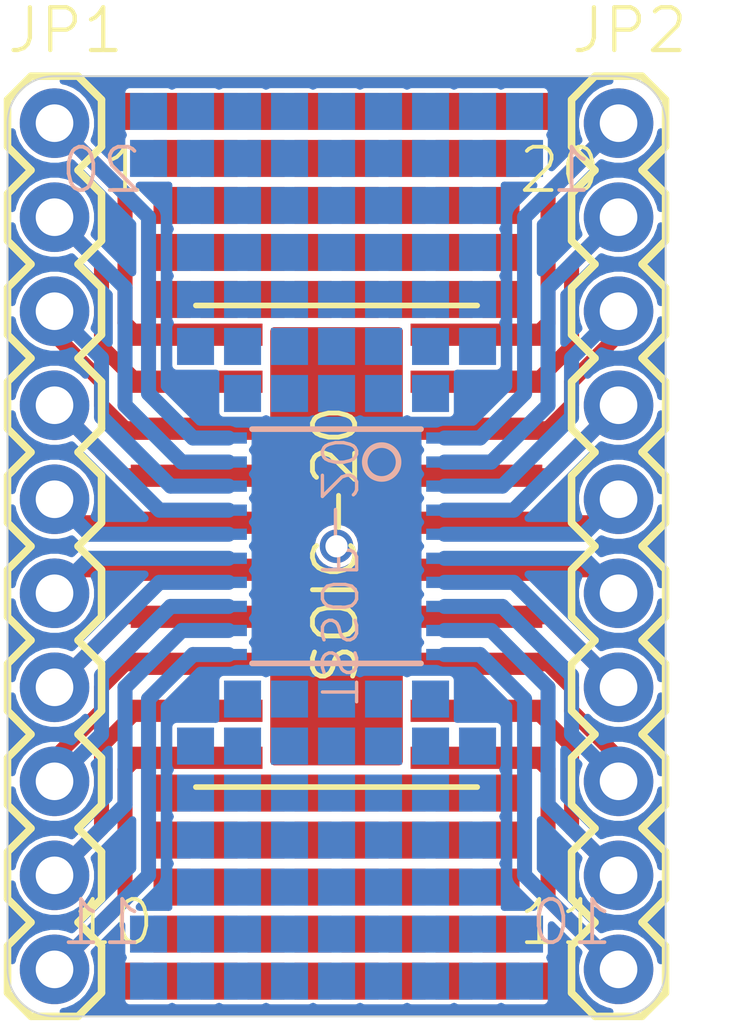
<source format=kicad_pcb>
(kicad_pcb (version 20241229) (generator "pcbnew") (generator_version "9.0")
  (layers (0 "F.Cu" signal) (2 "B.Cu" signal) (13 "F.Paste" user) (15 "B.Paste" user) (5 "F.SilkS" user "F.Silkscreen") (7 "B.SilkS" user "B.Silkscreen") (1 "F.Mask" user) (3 "B.Mask" user) (25 "Edge.Cuts" user))
  (net 0 "")
  (net 1 "GND")
  (net 2 "10")
  (net 3 "9")
  (net 4 "8")
  (net 5 "7")
  (net 6 "6")
  (net 7 "5")
  (net 8 "4")
  (net 9 "3")
  (net 10 "2")
  (net 11 "1")
  (net 12 "11")
  (net 13 "12")
  (net 14 "13")
  (net 15 "14")
  (net 16 "15")
  (net 17 "16")
  (net 18 "17")
  (net 19 "18")
  (net 20 "19")
  (footprint "SOIC_TSSOP-20 proto:TP10SQ" (layer "F.Cu") (at 145.3261 114.2111)
    (property "Reference" "E$4" (hide yes))
    (property "Value" "")
  )
  (footprint "SOIC_TSSOP-20 proto:TP10SQ" (layer "F.Cu") (at 145.3261 98.3361)
    (property "Reference" "E$66" (hide yes))
    (property "Value" "")
  )
  (footprint "SOIC_TSSOP-20 proto:TP10SQ" (layer "F.Cu") (at 152.9461 116.7511)
    (property "Reference" "E$38" (hide yes))
    (property "Value" "")
  )
  (footprint "SOIC_TSSOP-20 proto:TP10SQ" (layer "F.Cu") (at 146.5961 95.7961)
    (property "Reference" "E$43" (hide yes))
    (property "Value" "")
  )
  (footprint "SOIC_TSSOP-20 proto:TP10SQ" (layer "F.Cu") (at 145.3261 116.7511)
    (property "Reference" "E$26" (hide yes))
    (property "Value" "")
  )
  (footprint "SOIC_TSSOP-20 proto:TP10SQ" (layer "F.Cu") (at 144.0561 112.9411)
    (property "Reference" "E$13" (hide yes))
    (property "Value" "")
  )
  (footprint "SOIC_TSSOP-20 proto:TP10SQ" (layer "F.Cu") (at 146.5961 114.2111)
    (property "Reference" "E$5" (hide yes))
    (property "Value" "")
  )
  (footprint "SOIC_TSSOP-20 proto:TP10SQ" (layer "F.Cu") (at 151.6761 95.7961)
    (property "Reference" "E$59" (hide yes))
    (property "Value" "")
  )
  (footprint "SOIC_TSSOP-20 proto:TP10SQ" (layer "F.Cu") (at 144.0561 115.4811)
    (property "Reference" "E$30" (hide yes))
    (property "Value" "")
  )
  (footprint "SOIC_TSSOP-20 proto:TP10SQ" (layer "F.Cu") (at 149.1361 112.9411)
    (property "Reference" "E$8" (hide yes))
    (property "Value" "")
  )
  (footprint "SOIC_TSSOP-20 proto:SOIC-20NW" (layer "F.Cu") (at 148.5011 105.0036 -90)
    (property "Reference" "SOIC-20")
    (property "Value" "")
  )
  (footprint "SOIC_TSSOP-20 proto:TP10SQ" (layer "F.Cu") (at 146.5961 93.2561)
    (property "Reference" "E$49" (hide yes))
    (property "Value" "")
  )
  (footprint "SOIC_TSSOP-20 proto:TP10SQ" (layer "F.Cu") (at 147.8661 93.2561)
    (property "Reference" "E$56" (hide yes))
    (property "Value" "")
  )
  (footprint "SOIC_TSSOP-20 proto:TP10SQ" (layer "F.Cu") (at 145.3261 111.6711)
    (property "Reference" "E$16" (hide yes))
    (property "Value" "")
  )
  (footprint "SOIC_TSSOP-20 proto:TP10SQ" (layer "F.Cu") (at 150.4061 97.0661)
    (property "Reference" "E$74" (hide yes))
    (property "Value" "")
  )
  (footprint "SOIC_TSSOP-20 proto:TP10SQ" (layer "F.Cu") (at 149.1361 98.3361)
    (property "Reference" "E$72" (hide yes))
    (property "Value" "")
  )
  (footprint "SOIC_TSSOP-20 proto:TP10SQ" (layer "F.Cu") (at 147.8661 116.7511)
    (property "Reference" "E$31" (hide yes))
    (property "Value" "")
  )
  (footprint "SOIC_TSSOP-20 proto:TP10SQ" (layer "F.Cu") (at 150.4061 114.2111)
    (property "Reference" "E$6" (hide yes))
    (property "Value" "")
  )
  (footprint "SOIC_TSSOP-20 proto:TP10SQ" (layer "F.Cu") (at 149.1361 94.5261)
    (property "Reference" "E$54" (hide yes))
    (property "Value" "")
  )
  (footprint "SOIC_TSSOP-20 proto:TP10SQ" (layer "F.Cu") (at 147.8661 111.6711)
    (property "Reference" "E$10" (hide yes))
    (property "Value" "")
  )
  (footprint "SOIC_TSSOP-20 proto:TP10SQ" (layer "F.Cu") (at 152.9461 114.2111)
    (property "Reference" "E$20" (hide yes))
    (property "Value" "")
  )
  (footprint "SOIC_TSSOP-20 proto:1X10" (layer "F.Cu") (at 140.8811 116.4336 90)
    (property "Reference" "JP1")
    (property "Value" "")
  )
  (footprint "SOIC_TSSOP-20 proto:TP10SQ" (layer "F.Cu") (at 151.6761 112.9411)
    (property "Reference" "E$22" (hide yes))
    (property "Value" "")
  )
  (footprint "SOIC_TSSOP-20 proto:TP10SQ" (layer "F.Cu") (at 149.1361 93.2561)
    (property "Reference" "E$57" (hide yes))
    (property "Value" "")
  )
  (footprint "SOIC_TSSOP-20 proto:TP10SQ" (layer "F.Cu") (at 150.4061 115.4811)
    (property "Reference" "E$34" (hide yes))
    (property "Value" "")
  )
  (footprint "SOIC_TSSOP-20 proto:TP10SQ" (layer "F.Cu") (at 144.0561 116.7511)
    (property "Reference" "E$25" (hide yes))
    (property "Value" "")
  )
  (footprint "SOIC_TSSOP-20 proto:TP10SQ" (layer "F.Cu") (at 154.2161 116.7511)
    (property "Reference" "E$84" (hide yes))
    (property "Value" "")
  )
  (footprint "SOIC_TSSOP-20 proto:TP10SQ" (layer "F.Cu") (at 146.5961 97.0661)
    (property "Reference" "E$68" (hide yes))
    (property "Value" "")
  )
  (footprint "SOIC_TSSOP-20 proto:TP10SQ" (layer "F.Cu") (at 147.8661 115.4811)
    (property "Reference" "E$36" (hide yes))
    (property "Value" "")
  )
  (footprint "SOIC_TSSOP-20 proto:TP10SQ" (layer "F.Cu") (at 152.9461 111.6711)
    (property "Reference" "E$24" (hide yes))
    (property "Value" "")
  )
  (footprint "SOIC_TSSOP-20 proto:TP10SQ" (layer "F.Cu") (at 147.8661 94.5261)
    (property "Reference" "E$55" (hide yes))
    (property "Value" "")
  )
  (footprint "SOIC_TSSOP-20 proto:TP10SQ" (layer "F.Cu") (at 151.6761 98.3361)
    (property "Reference" "E$77" (hide yes))
    (property "Value" "")
  )
  (footprint "SOIC_TSSOP-20 proto:TP10SQ" (layer "F.Cu") (at 145.3261 112.9411)
    (property "Reference" "E$12" (hide yes))
    (property "Value" "")
  )
  (footprint "SOIC_TSSOP-20 proto:TP10SQ" (layer "F.Cu") (at 146.5961 111.6711)
    (property "Reference" "E$17" (hide yes))
    (property "Value" "")
  )
  (footprint "SOIC_TSSOP-20 proto:TP10SQ" (layer "F.Cu") (at 142.7861 116.7511)
    (property "Reference" "E$83" (hide yes))
    (property "Value" "")
  )
  (footprint "SOIC_TSSOP-20 proto:1X10" (layer "F.Cu") (at 156.1211 116.4336 90)
    (property "Reference" "JP2")
    (property "Value" "")
  )
  (footprint "SOIC_TSSOP-20 proto:TP10SQ" (layer "F.Cu") (at 145.3261 115.4811)
    (property "Reference" "E$29" (hide yes))
    (property "Value" "")
  )
  (footprint "SOIC_TSSOP-20 proto:TP10SQ" (layer "F.Cu") (at 149.1361 95.7961)
    (property "Reference" "E$51" (hide yes))
    (property "Value" "")
  )
  (footprint "SOIC_TSSOP-20 proto:TP10SQ" (layer "F.Cu") (at 152.9461 97.0661)
    (property "Reference" "E$79" (hide yes))
    (property "Value" "")
  )
  (footprint "SOIC_TSSOP-20 proto:TP10SQ" (layer "F.Cu") (at 144.0561 111.6711)
    (property "Reference" "E$15" (hide yes))
    (property "Value" "")
  )
  (footprint "SOIC_TSSOP-20 proto:TP10SQ" (layer "F.Cu") (at 145.3261 93.2561)
    (property "Reference" "E$48" (hide yes))
    (property "Value" "")
  )
  (footprint "SOIC_TSSOP-20 proto:TP10SQ" (layer "F.Cu") (at 151.6761 116.7511)
    (property "Reference" "E$37" (hide yes))
    (property "Value" "")
  )
  (footprint "SOIC_TSSOP-20 proto:TP10SQ" (layer "F.Cu") (at 151.6761 114.2111)
    (property "Reference" "E$19" (hide yes))
    (property "Value" "")
  )
  (footprint "SOIC_TSSOP-20 proto:TP10SQ" (layer "F.Cu") (at 147.8661 114.2111)
    (property "Reference" "E$1" (hide yes))
    (property "Value" "")
  )
  (footprint "SOIC_TSSOP-20 proto:TP10SQ" (layer "F.Cu") (at 146.5961 94.5261)
    (property "Reference" "E$44" (hide yes))
    (property "Value" "")
  )
  (footprint "SOIC_TSSOP-20 proto:TP10SQ" (layer "F.Cu") (at 150.4061 98.3361)
    (property "Reference" "E$73" (hide yes))
    (property "Value" "")
  )
  (footprint "SOIC_TSSOP-20 proto:TP10SQ" (layer "F.Cu") (at 149.1361 114.2111)
    (property "Reference" "E$2" (hide yes))
    (property "Value" "")
  )
  (footprint "SOIC_TSSOP-20 proto:TP10SQ" (layer "F.Cu") (at 152.9461 94.5261)
    (property "Reference" "E$61" (hide yes))
    (property "Value" "")
  )
  (footprint "SOIC_TSSOP-20 proto:TP10SQ" (layer "F.Cu") (at 154.2161 93.2561)
    (property "Reference" "E$81" (hide yes))
    (property "Value" "")
  )
  (footprint "SOIC_TSSOP-20 proto:TP10SQ" (layer "F.Cu") (at 149.1361 111.6711)
    (property "Reference" "E$14" (hide yes))
    (property "Value" "")
  )
  (footprint "SOIC_TSSOP-20 proto:TP10SQ" (layer "F.Cu") (at 150.4061 93.2561)
    (property "Reference" "E$58" (hide yes))
    (property "Value" "")
  )
  (footprint "SOIC_TSSOP-20 proto:TP10SQ" (layer "F.Cu") (at 144.0561 98.3361)
    (property "Reference" "E$65" (hide yes))
    (property "Value" "")
  )
  (footprint "SOIC_TSSOP-20 proto:TP10SQ" (layer "F.Cu") (at 151.6761 111.6711)
    (property "Reference" "E$23" (hide yes))
    (property "Value" "")
  )
  (footprint "SOIC_TSSOP-20 proto:TP10SQ" (layer "F.Cu") (at 145.3261 94.5261)
    (property "Reference" "E$45" (hide yes))
    (property "Value" "")
  )
  (footprint "SOIC_TSSOP-20 proto:TP10SQ" (layer "F.Cu") (at 144.0561 94.5261)
    (property "Reference" "E$46" (hide yes))
    (property "Value" "")
  )
  (footprint "SOIC_TSSOP-20 proto:TP10SQ" (layer "F.Cu") (at 144.0561 93.2561)
    (property "Reference" "E$47" (hide yes))
    (property "Value" "")
  )
  (footprint "SOIC_TSSOP-20 proto:TP10SQ" (layer "F.Cu") (at 151.6761 115.4811)
    (property "Reference" "E$40" (hide yes))
    (property "Value" "")
  )
  (footprint "SOIC_TSSOP-20 proto:TP10SQ" (layer "F.Cu") (at 151.6761 94.5261)
    (property "Reference" "E$62" (hide yes))
    (property "Value" "")
  )
  (footprint "SOIC_TSSOP-20 proto:TP10SQ" (layer "F.Cu") (at 147.8661 98.3361)
    (property "Reference" "E$71" (hide yes))
    (property "Value" "")
  )
  (footprint "SOIC_TSSOP-20 proto:TP10SQ" (layer "F.Cu") (at 147.8661 112.9411)
    (property "Reference" "E$9" (hide yes))
    (property "Value" "")
  )
  (footprint "SOIC_TSSOP-20 proto:TP10SQ" (layer "F.Cu") (at 146.5961 115.4811)
    (property "Reference" "E$28" (hide yes))
    (property "Value" "")
  )
  (footprint "SOIC_TSSOP-20 proto:TP10SQ" (layer "F.Cu") (at 150.4061 94.5261)
    (property "Reference" "E$53" (hide yes))
    (property "Value" "")
  )
  (footprint "SOIC_TSSOP-20 proto:TP10SQ" (layer "F.Cu") (at 146.5961 98.3361)
    (property "Reference" "E$67" (hide yes))
    (property "Value" "")
  )
  (footprint "SOIC_TSSOP-20 proto:TP10SQ" (layer "F.Cu") (at 145.3261 97.0661)
    (property "Reference" "E$69" (hide yes))
    (property "Value" "")
  )
  (footprint "SOIC_TSSOP-20 proto:TP10SQ" (layer "F.Cu") (at 144.0561 97.0661)
    (property "Reference" "E$70" (hide yes))
    (property "Value" "")
  )
  (footprint "SOIC_TSSOP-20 proto:TP10SQ" (layer "F.Cu") (at 152.9461 95.7961)
    (property "Reference" "E$60" (hide yes))
    (property "Value" "")
  )
  (footprint "SOIC_TSSOP-20 proto:TP10SQ" (layer "F.Cu") (at 146.5961 116.7511)
    (property "Reference" "E$27" (hide yes))
    (property "Value" "")
  )
  (footprint "SOIC_TSSOP-20 proto:TP10SQ" (layer "F.Cu") (at 150.4061 112.9411)
    (property "Reference" "E$7" (hide yes))
    (property "Value" "")
  )
  (footprint "SOIC_TSSOP-20 proto:TP10SQ" (layer "F.Cu") (at 146.5961 112.9411)
    (property "Reference" "E$11" (hide yes))
    (property "Value" "")
  )
  (footprint "SOIC_TSSOP-20 proto:TP10SQ" (layer "F.Cu") (at 152.9461 115.4811)
    (property "Reference" "E$39" (hide yes))
    (property "Value" "")
  )
  (footprint "SOIC_TSSOP-20 proto:TP10SQ" (layer "F.Cu") (at 149.1361 97.0661)
    (property "Reference" "E$75" (hide yes))
    (property "Value" "")
  )
  (footprint "SOIC_TSSOP-20 proto:TP10SQ" (layer "F.Cu") (at 142.7861 93.2561)
    (property "Reference" "E$82" (hide yes))
    (property "Value" "")
  )
  (footprint "SOIC_TSSOP-20 proto:TP10SQ" (layer "F.Cu") (at 149.1361 115.4811)
    (property "Reference" "E$35" (hide yes))
    (property "Value" "")
  )
  (footprint "SOIC_TSSOP-20 proto:TP10SQ" (layer "F.Cu") (at 151.6761 97.0661)
    (property "Reference" "E$80" (hide yes))
    (property "Value" "")
  )
  (footprint "SOIC_TSSOP-20 proto:TP10SQ" (layer "F.Cu") (at 147.8661 97.0661)
    (property "Reference" "E$76" (hide yes))
    (property "Value" "")
  )
  (footprint "SOIC_TSSOP-20 proto:TP10SQ" (layer "F.Cu") (at 150.4061 116.7511)
    (property "Reference" "E$33" (hide yes))
    (property "Value" "")
  )
  (footprint "SOIC_TSSOP-20 proto:TP10SQ" (layer "F.Cu") (at 152.9461 98.3361)
    (property "Reference" "E$78" (hide yes))
    (property "Value" "")
  )
  (footprint "SOIC_TSSOP-20 proto:TP10SQ" (layer "F.Cu") (at 152.9461 93.2561)
    (property "Reference" "E$64" (hide yes))
    (property "Value" "")
  )
  (footprint "SOIC_TSSOP-20 proto:TP10SQ" (layer "F.Cu") (at 152.9461 112.9411)
    (property "Reference" "E$21" (hide yes))
    (property "Value" "")
  )
  (footprint "SOIC_TSSOP-20 proto:TP10SQ" (layer "F.Cu") (at 150.4061 95.7961)
    (property "Reference" "E$52" (hide yes))
    (property "Value" "")
  )
  (footprint "SOIC_TSSOP-20 proto:TP10SQ" (layer "F.Cu") (at 149.1361 116.7511)
    (property "Reference" "E$32" (hide yes))
    (property "Value" "")
  )
  (footprint "SOIC_TSSOP-20 proto:TP10SQ" (layer "F.Cu") (at 145.3261 95.7961)
    (property "Reference" "E$42" (hide yes))
    (property "Value" "")
  )
  (footprint "SOIC_TSSOP-20 proto:TP10SQ" (layer "F.Cu") (at 151.6761 93.2561)
    (property "Reference" "E$63" (hide yes))
    (property "Value" "")
  )
  (footprint "SOIC_TSSOP-20 proto:TP10SQ" (layer "F.Cu") (at 150.4061 111.6711)
    (property "Reference" "E$18" (hide yes))
    (property "Value" "")
  )
  (footprint "SOIC_TSSOP-20 proto:TP10SQ" (layer "F.Cu") (at 144.0561 114.2111)
    (property "Reference" "E$3" (hide yes))
    (property "Value" "")
  )
  (footprint "SOIC_TSSOP-20 proto:TP10SQ" (layer "F.Cu") (at 144.0561 95.7961)
    (property "Reference" "E$41" (hide yes))
    (property "Value" "")
  )
  (footprint "SOIC_TSSOP-20 proto:TP10SQ" (layer "F.Cu") (at 147.8661 95.7961)
    (property "Reference" "E$50" (hide yes))
    (property "Value" "")
  )
  (footprint "SOIC_TSSOP-20 proto:TP10SQ" (layer "B.Cu") (at 149.7711 115.4811)
    (property "Reference" "E$149" (hide yes))
    (property "Value" "")
  )
  (footprint "SOIC_TSSOP-20 proto:TP10SQ" (layer "B.Cu") (at 144.6911 116.7511)
    (property "Reference" "E$142" (hide yes))
    (property "Value" "")
  )
  (footprint "SOIC_TSSOP-20 proto:TP10SQ" (layer "B.Cu") (at 149.7711 109.1311)
    (property "Reference" "E$181" (hide yes))
    (property "Value" "")
  )
  (footprint "SOIC_TSSOP-20 proto:TP10SQ" (layer "B.Cu") (at 144.6911 110.4011)
    (property "Reference" "E$171" (hide yes))
    (property "Value" "")
  )
  (footprint "SOIC_TSSOP-20 proto:TP10SQ" (layer "B.Cu") (at 149.7711 99.6061 180)
    (property "Reference" "E$122" (hide yes))
    (property "Value" "")
  )
  (footprint "SOIC_TSSOP-20 proto:TP10SQ" (layer "B.Cu") (at 147.2311 116.7511)
    (property "Reference" "E$144" (hide yes))
    (property "Value" "")
  )
  (footprint "SOIC_TSSOP-20 proto:TP10SQ" (layer "B.Cu") (at 149.7711 114.2111)
    (property "Reference" "E$146" (hide yes))
    (property "Value" "")
  )
  (footprint "SOIC_TSSOP-20 proto:TP10SQ" (layer "B.Cu") (at 153.5811 93.2561 180)
    (property "Reference" "E$127" (hide yes))
    (property "Value" "")
  )
  (footprint "SOIC_TSSOP-20 proto:TP10SQ" (layer "B.Cu") (at 151.0411 97.0661 180)
    (property "Reference" "E$110" (hide yes))
    (property "Value" "")
  )
  (footprint "SOIC_TSSOP-20 proto:TP10SQ" (layer "B.Cu") (at 148.5011 115.4811)
    (property "Reference" "E$150" (hide yes))
    (property "Value" "")
  )
  (footprint "SOIC_TSSOP-20 proto:TP10SQ" (layer "B.Cu") (at 151.0411 114.2111)
    (property "Reference" "E$147" (hide yes))
    (property "Value" "")
  )
  (footprint "SOIC_TSSOP-20 proto:TP10SQ" (layer "B.Cu") (at 151.0411 115.4811)
    (property "Reference" "E$148" (hide yes))
    (property "Value" "")
  )
  (footprint "SOIC_TSSOP-20 proto:TP10SQ" (layer "B.Cu") (at 147.2311 97.0661 180)
    (property "Reference" "E$116" (hide yes))
    (property "Value" "")
  )
  (footprint "SOIC_TSSOP-20 proto:TP10SQ" (layer "B.Cu") (at 153.5811 116.7511)
    (property "Reference" "E$184" (hide yes))
    (property "Value" "")
  )
  (footprint "SOIC_TSSOP-20 proto:TP10SQ" (layer "B.Cu") (at 151.0411 98.3361 180)
    (property "Reference" "E$107" (hide yes))
    (property "Value" "")
  )
  (footprint "SOIC_TSSOP-20 proto:TP10SQ" (layer "B.Cu") (at 148.5011 94.5261 180)
    (property "Reference" "E$99" (hide yes))
    (property "Value" "")
  )
  (footprint "SOIC_TSSOP-20 proto:TP10SQ" (layer "B.Cu") (at 149.7711 100.8761 180)
    (property "Reference" "E$130" (hide yes))
    (property "Value" "")
  )
  (footprint "SOIC_TSSOP-20 proto:TP10SQ" (layer "B.Cu") (at 145.9611 115.4811)
    (property "Reference" "E$140" (hide yes))
    (property "Value" "")
  )
  (footprint "SOIC_TSSOP-20 proto:TP10SQ" (layer "B.Cu") (at 144.6911 115.4811)
    (property "Reference" "E$141" (hide yes))
    (property "Value" "")
  )
  (footprint "SOIC_TSSOP-20 proto:TP10SQ" (layer "B.Cu") (at 145.9611 109.1311)
    (property "Reference" "E$178" (hide yes))
    (property "Value" "")
  )
  (footprint "SOIC_TSSOP-20 proto:TP10SQ" (layer "B.Cu") (at 152.3111 97.0661 180)
    (property "Reference" "E$111" (hide yes))
    (property "Value" "")
  )
  (footprint "SOIC_TSSOP-20 proto:TP10SQ" (layer "B.Cu") (at 145.9611 97.0661 180)
    (property "Reference" "E$115" (hide yes))
    (property "Value" "")
  )
  (footprint "SOIC_TSSOP-20 proto:TP10SQ" (layer "B.Cu") (at 144.6911 94.5261 180)
    (property "Reference" "E$104" (hide yes))
    (property "Value" "")
  )
  (footprint "SOIC_TSSOP-20 proto:TP10SQ" (layer "B.Cu") (at 152.3111 99.6061 180)
    (property "Reference" "E$120" (hide yes))
    (property "Value" "")
  )
  (footprint "SOIC_TSSOP-20 proto:TP10SQ" (layer "B.Cu") (at 145.9611 114.2111)
    (property "Reference" "E$137" (hide yes))
    (property "Value" "")
  )
  (footprint "SOIC_TSSOP-20 proto:TP10SQ" (layer "B.Cu") (at 147.2311 111.6711)
    (property "Reference" "E$159" (hide yes))
    (property "Value" "")
  )
  (footprint "SOIC_TSSOP-20 proto:TP10SQ" (layer "B.Cu") (at 149.7711 111.6711)
    (property "Reference" "E$164" (hide yes))
    (property "Value" "")
  )
  (footprint "SOIC_TSSOP-20 proto:TP10SQ" (layer "B.Cu") (at 147.2311 114.2111)
    (property "Reference" "E$138" (hide yes))
    (property "Value" "")
  )
  (footprint "SOIC_TSSOP-20 proto:TP10SQ" (layer "B.Cu") (at 144.6911 99.6061 180)
    (property "Reference" "E$126" (hide yes))
    (property "Value" "")
  )
  (footprint "SOIC_TSSOP-20 proto:TP10SQ" (layer "B.Cu") (at 151.0411 116.7511)
    (property "Reference" "E$153" (hide yes))
    (property "Value" "")
  )
  (footprint "SOIC_TSSOP-20 proto:TP10SQ" (layer "B.Cu") (at 144.6911 95.7961 180)
    (property "Reference" "E$103" (hide yes))
    (property "Value" "")
  )
  (footprint "SOIC_TSSOP-20 proto:TP10SQ" (layer "B.Cu") (at 151.0411 99.6061 180)
    (property "Reference" "E$121" (hide yes))
    (property "Value" "")
  )
  (footprint "SOIC_TSSOP-20 proto:TP10SQ" (layer "B.Cu") (at 143.4211 115.4811)
    (property "Reference" "E$185" (hide yes))
    (property "Value" "")
  )
  (footprint "SOIC_TSSOP-20 proto:TP10SQ" (layer "B.Cu") (at 151.0411 112.9411)
    (property "Reference" "E$166" (hide yes))
    (property "Value" "")
  )
  (footprint "SOIC_TSSOP-20 proto:TP10SQ" (layer "B.Cu") (at 148.5011 99.6061 180)
    (property "Reference" "E$123" (hide yes))
    (property "Value" "")
  )
  (footprint "SOIC_TSSOP-20 proto:TP10SQ" (layer "B.Cu") (at 145.9611 98.3361 180)
    (property "Reference" "E$114" (hide yes))
    (property "Value" "")
  )
  (footprint "SOIC_TSSOP-20 proto:TP10SQ" (layer "B.Cu") (at 144.6911 97.0661 180)
    (property "Reference" "E$119" (hide yes))
    (property "Value" "")
  )
  (footprint "SOIC_TSSOP-20 proto:TP10SQ" (layer "B.Cu") (at 144.6911 93.2561 180)
    (property "Reference" "E$105" (hide yes))
    (property "Value" "")
  )
  (footprint "SOIC_TSSOP-20 proto:TP10SQ" (layer "B.Cu") (at 152.3111 95.7961 180)
    (property "Reference" "E$85" (hide yes))
    (property "Value" "")
  )
  (footprint "SOIC_TSSOP-20 proto:TP10SQ" (layer "B.Cu") (at 148.5011 109.1311)
    (property "Reference" "E$180" (hide yes))
    (property "Value" "")
  )
  (footprint "SOIC_TSSOP-20 proto:TP10SQ" (layer "B.Cu") (at 149.7711 98.3361 180)
    (property "Reference" "E$108" (hide yes))
    (property "Value" "")
  )
  (footprint "SOIC_TSSOP-20 proto:TP10SQ" (layer "B.Cu") (at 147.2311 94.5261 180)
    (property "Reference" "E$98" (hide yes))
    (property "Value" "")
  )
  (footprint "SOIC_TSSOP-20 proto:TP10SQ" (layer "B.Cu") (at 151.0411 111.6711)
    (property "Reference" "E$165" (hide yes))
    (property "Value" "")
  )
  (footprint "SOIC_TSSOP-20 proto:TP10SQ" (layer "B.Cu") (at 145.9611 99.6061 180)
    (property "Reference" "E$125" (hide yes))
    (property "Value" "")
  )
  (footprint "SOIC_TSSOP-20 proto:TP10SQ" (layer "B.Cu") (at 147.2311 99.6061 180)
    (property "Reference" "E$124" (hide yes))
    (property "Value" "")
  )
  (footprint "SOIC_TSSOP-20 proto:TP10SQ" (layer "B.Cu") (at 148.5011 112.9411)
    (property "Reference" "E$168" (hide yes))
    (property "Value" "")
  )
  (footprint "SOIC_TSSOP-20 proto:TP10SQ" (layer "B.Cu") (at 147.2311 93.2561 180)
    (property "Reference" "E$101" (hide yes))
    (property "Value" "")
  )
  (footprint "SOIC_TSSOP-20 proto:TP10SQ" (layer "B.Cu") (at 143.4211 116.7511)
    (property "Reference" "E$186" (hide yes))
    (property "Value" "")
  )
  (footprint "SOIC_TSSOP-20 proto:TP10SQ" (layer "B.Cu") (at 144.6911 98.3361 180)
    (property "Reference" "E$118" (hide yes))
    (property "Value" "")
  )
  (footprint "SOIC_TSSOP-20 proto:TP10SQ" (layer "B.Cu") (at 145.9611 95.7961 180)
    (property "Reference" "E$96" (hide yes))
    (property "Value" "")
  )
  (footprint "SOIC_TSSOP-20 proto:TP10SQ" (layer "B.Cu") (at 151.0411 93.2561 180)
    (property "Reference" "E$92" (hide yes))
    (property "Value" "")
  )
  (footprint "SOIC_TSSOP-20 proto:TP10SQ" (layer "B.Cu") (at 151.0411 109.1311)
    (property "Reference" "E$182" (hide yes))
    (property "Value" "")
  )
  (footprint "SOIC_TSSOP-20 proto:TP10SQ" (layer "B.Cu") (at 153.5811 115.4811)
    (property "Reference" "E$183" (hide yes))
    (property "Value" "")
  )
  (footprint "SOIC_TSSOP-20 proto:TP10SQ" (layer "B.Cu") (at 144.6911 114.2111)
    (property "Reference" "E$136" (hide yes))
    (property "Value" "")
  )
  (footprint "SOIC_TSSOP-20 proto:TP10SQ" (layer "B.Cu") (at 147.2311 100.8761 180)
    (property "Reference" "E$132" (hide yes))
    (property "Value" "")
  )
  (footprint "SOIC_TSSOP-20 proto:TP10SQ" (layer "B.Cu") (at 151.0411 95.7961 180)
    (property "Reference" "E$86" (hide yes))
    (property "Value" "")
  )
  (footprint "SOIC_TSSOP-20 proto:TP10SQ" (layer "B.Cu") (at 147.2311 112.9411)
    (property "Reference" "E$160" (hide yes))
    (property "Value" "")
  )
  (footprint "SOIC_TSSOP-20 proto:TP10SQ" (layer "B.Cu") (at 153.5811 94.5261 180)
    (property "Reference" "E$128" (hide yes))
    (property "Value" "")
  )
  (footprint "SOIC_TSSOP-20 proto:TP10SQ" (layer "B.Cu") (at 152.3111 110.4011)
    (property "Reference" "E$177" (hide yes))
    (property "Value" "")
  )
  (footprint "SOIC_TSSOP-20 proto:TP10SQ" (layer "B.Cu") (at 148.5011 93.2561 180)
    (property "Reference" "E$100" (hide yes))
    (property "Value" "")
  )
  (footprint "SOIC_TSSOP-20 proto:TP10SQ" (layer "B.Cu") (at 152.3111 116.7511)
    (property "Reference" "E$156" (hide yes))
    (property "Value" "")
  )
  (footprint "SOIC_TSSOP-20 proto:TP10SQ" (layer "B.Cu") (at 149.7711 116.7511)
    (property "Reference" "E$152" (hide yes))
    (property "Value" "")
  )
  (footprint "SOIC_TSSOP-20 proto:TP10SQ" (layer "B.Cu") (at 147.2311 109.1311)
    (property "Reference" "E$179" (hide yes))
    (property "Value" "")
  )
  (footprint "SOIC_TSSOP-20 proto:TP10SQ" (layer "B.Cu") (at 152.3111 111.6711)
    (property "Reference" "E$169" (hide yes))
    (property "Value" "")
  )
  (footprint "SOIC_TSSOP-20 proto:TP10SQ" (layer "B.Cu") (at 152.3111 114.2111)
    (property "Reference" "E$154" (hide yes))
    (property "Value" "")
  )
  (footprint "SOIC_TSSOP-20 proto:TP10SQ" (layer "B.Cu") (at 147.2311 98.3361 180)
    (property "Reference" "E$113" (hide yes))
    (property "Value" "")
  )
  (footprint "SOIC_TSSOP-20 proto:TP10SQ" (layer "B.Cu") (at 147.2311 110.4011)
    (property "Reference" "E$173" (hide yes))
    (property "Value" "")
  )
  (footprint "SOIC_TSSOP-20 proto:TP10SQ" (layer "B.Cu") (at 152.3111 94.5261 180)
    (property "Reference" "E$90" (hide yes))
    (property "Value" "")
  )
  (footprint "SOIC_TSSOP-20 proto:TP10SQ" (layer "B.Cu") (at 147.2311 115.4811)
    (property "Reference" "E$139" (hide yes))
    (property "Value" "")
  )
  (footprint "SOIC_TSSOP-20 proto:TP10SQ" (layer "B.Cu") (at 145.9611 93.2561 180)
    (property "Reference" "E$102" (hide yes))
    (property "Value" "")
  )
  (footprint "SOIC_TSSOP-20 proto:TP10SQ" (layer "B.Cu") (at 145.9611 112.9411)
    (property "Reference" "E$161" (hide yes))
    (property "Value" "")
  )
  (footprint "SOIC_TSSOP-20 proto:TP10SQ" (layer "B.Cu") (at 145.9611 110.4011)
    (property "Reference" "E$172" (hide yes))
    (property "Value" "")
  )
  (footprint "SOIC_TSSOP-20 proto:TP10SQ" (layer "B.Cu") (at 145.9611 116.7511)
    (property "Reference" "E$143" (hide yes))
    (property "Value" "")
  )
  (footprint "SOIC_TSSOP-20 proto:TSSOP20" (layer "B.Cu") (at 148.5011 105.0036 -90)
    (property "Reference" "TSSOP-20")
    (property "Value" "")
  )
  (footprint "SOIC_TSSOP-20 proto:TP10SQ" (layer "B.Cu") (at 148.5011 98.3361 180)
    (property "Reference" "E$112" (hide yes))
    (property "Value" "")
  )
  (footprint "SOIC_TSSOP-20 proto:TP10SQ" (layer "B.Cu") (at 149.7711 97.0661 180)
    (property "Reference" "E$109" (hide yes))
    (property "Value" "")
  )
  (footprint "SOIC_TSSOP-20 proto:TP10SQ" (layer "B.Cu") (at 148.5011 110.4011)
    (property "Reference" "E$174" (hide yes))
    (property "Value" "")
  )
  (footprint "SOIC_TSSOP-20 proto:TP10SQ" (layer "B.Cu") (at 151.0411 94.5261 180)
    (property "Reference" "E$89" (hide yes))
    (property "Value" "")
  )
  (footprint "SOIC_TSSOP-20 proto:TP10SQ" (layer "B.Cu") (at 144.6911 112.9411)
    (property "Reference" "E$162" (hide yes))
    (property "Value" "")
  )
  (footprint "SOIC_TSSOP-20 proto:TP10SQ" (layer "B.Cu") (at 152.3111 115.4811)
    (property "Reference" "E$155" (hide yes))
    (property "Value" "")
  )
  (footprint "SOIC_TSSOP-20 proto:TP10SQ" (layer "B.Cu") (at 152.3111 93.2561 180)
    (property "Reference" "E$91" (hide yes))
    (property "Value" "")
  )
  (footprint "SOIC_TSSOP-20 proto:TP10SQ" (layer "B.Cu") (at 149.7711 110.4011)
    (property "Reference" "E$175" (hide yes))
    (property "Value" "")
  )
  (footprint "SOIC_TSSOP-20 proto:TP10SQ" (layer "B.Cu") (at 148.5011 95.7961 180)
    (property "Reference" "E$94" (hide yes))
    (property "Value" "")
  )
  (footprint "SOIC_TSSOP-20 proto:TP10SQ" (layer "B.Cu") (at 143.4211 94.5261 180)
    (property "Reference" "E$134" (hide yes))
    (property "Value" "")
  )
  (footprint "SOIC_TSSOP-20 proto:TP10SQ" (layer "B.Cu") (at 149.7711 95.7961 180)
    (property "Reference" "E$87" (hide yes))
    (property "Value" "")
  )
  (footprint "SOIC_TSSOP-20 proto:TP10SQ" (layer "B.Cu") (at 143.4211 93.2561 180)
    (property "Reference" "E$135" (hide yes))
    (property "Value" "")
  )
  (footprint "SOIC_TSSOP-20 proto:TP10SQ" (layer "B.Cu") (at 144.6911 111.6711)
    (property "Reference" "E$157" (hide yes))
    (property "Value" "")
  )
  (footprint "SOIC_TSSOP-20 proto:TP10SQ" (layer "B.Cu") (at 145.9611 111.6711)
    (property "Reference" "E$158" (hide yes))
    (property "Value" "")
  )
  (footprint "SOIC_TSSOP-20 proto:TP10SQ" (layer "B.Cu") (at 148.5011 116.7511)
    (property "Reference" "E$151" (hide yes))
    (property "Value" "")
  )
  (footprint "SOIC_TSSOP-20 proto:TP10SQ" (layer "B.Cu") (at 148.5011 114.2111)
    (property "Reference" "E$145" (hide yes))
    (property "Value" "")
  )
  (footprint "SOIC_TSSOP-20 proto:TP10SQ" (layer "B.Cu") (at 151.0411 100.8761 180)
    (property "Reference" "E$129" (hide yes))
    (property "Value" "")
  )
  (footprint "SOIC_TSSOP-20 proto:TP10SQ" (layer "B.Cu") (at 149.7711 94.5261 180)
    (property "Reference" "E$88" (hide yes))
    (property "Value" "")
  )
  (footprint "SOIC_TSSOP-20 proto:TP10SQ" (layer "B.Cu") (at 147.2311 95.7961 180)
    (property "Reference" "E$95" (hide yes))
    (property "Value" "")
  )
  (footprint "SOIC_TSSOP-20 proto:TP10SQ" (layer "B.Cu") (at 152.3111 98.3361 180)
    (property "Reference" "E$106" (hide yes))
    (property "Value" "")
  )
  (footprint "SOIC_TSSOP-20 proto:TP10SQ" (layer "B.Cu") (at 148.5011 100.8761 180)
    (property "Reference" "E$131" (hide yes))
    (property "Value" "")
  )
  (footprint "SOIC_TSSOP-20 proto:TP10SQ" (layer "B.Cu") (at 149.7711 112.9411)
    (property "Reference" "E$167" (hide yes))
    (property "Value" "")
  )
  (footprint "SOIC_TSSOP-20 proto:TP10SQ" (layer "B.Cu") (at 152.3111 112.9411)
    (property "Reference" "E$170" (hide yes))
    (property "Value" "")
  )
  (footprint "SOIC_TSSOP-20 proto:TP10SQ" (layer "B.Cu") (at 151.0411 110.4011)
    (property "Reference" "E$176" (hide yes))
    (property "Value" "")
  )
  (footprint "SOIC_TSSOP-20 proto:TP10SQ" (layer "B.Cu") (at 145.9611 94.5261 180)
    (property "Reference" "E$97" (hide yes))
    (property "Value" "")
  )
  (footprint "SOIC_TSSOP-20 proto:TP10SQ" (layer "B.Cu") (at 148.5011 97.0661 180)
    (property "Reference" "E$117" (hide yes))
    (property "Value" "")
  )
  (footprint "SOIC_TSSOP-20 proto:TP10SQ" (layer "B.Cu") (at 148.5011 111.6711)
    (property "Reference" "E$163" (hide yes))
    (property "Value" "")
  )
  (footprint "SOIC_TSSOP-20 proto:TP10SQ" (layer "B.Cu") (at 145.9611 100.8761 180)
    (property "Reference" "E$133" (hide yes))
    (property "Value" "")
  )
  (footprint "SOIC_TSSOP-20 proto:TP10SQ" (layer "B.Cu") (at 149.7711 93.2561 180)
    (property "Reference" "E$93" (hide yes))
    (property "Value" "")
  )
  (gr_arc (start 139.6111 93.5736) (mid 139.983074 92.675574) (end 140.8811 92.3036) (stroke (width 0.05)) (layer "Edge.Cuts"))
  (gr_line (start 157.3911 116.4336) (end 157.3911 93.5736) (stroke (width 0.05)) (layer "Edge.Cuts"))
  (gr_line (start 140.8811 117.7036) (end 156.1211 117.7036) (stroke (width 0.05)) (layer "Edge.Cuts"))
  (gr_arc (start 157.3911 116.4336) (mid 157.019126 117.331626) (end 156.1211 117.7036) (stroke (width 0.05)) (layer "Edge.Cuts"))
  (gr_line (start 139.6111 93.5736) (end 139.6111 116.4336) (stroke (width 0.05)) (layer "Edge.Cuts"))
  (gr_arc (start 140.8811 117.7036) (mid 139.983074 117.331626) (end 139.6111 116.4336) (stroke (width 0.05)) (layer "Edge.Cuts"))
  (gr_line (start 156.1211 92.3036) (end 140.8811 92.3036) (stroke (width 0.05)) (layer "Edge.Cuts"))
  (gr_arc (start 156.1211 92.3036) (mid 157.019126 92.675574) (end 157.3911 93.5736) (stroke (width 0.05)) (layer "Edge.Cuts"))
  (gr_text "20" (at 154.5336 94.8436 0) (layer "F.SilkS") (effects (font (size 1.1684 1.1684) (thickness 0.1016))))
  (gr_text "11" (at 154.5336 115.1636 0) (layer "F.SilkS") (effects (font (size 1.1684 1.1684) (thickness 0.1016))))
  (gr_text "1" (at 142.7861 94.8436 0) (layer "F.SilkS") (effects (font (size 1.1684 1.1684) (thickness 0.1016))))
  (gr_text "10" (at 142.4686 115.1636 0) (layer "F.SilkS") (effects (font (size 1.1684 1.1684) (thickness 0.1016))))
  (gr_text "20" (at 142.1511 94.8436 -0) (layer "B.SilkS") (effects (font (size 1.1684 1.1684) (thickness 0.1016)) (justify mirror)))
  (gr_text "11" (at 142.1511 115.1636 -0) (layer "B.SilkS") (effects (font (size 1.1684 1.1684) (thickness 0.1016)) (justify mirror)))
  (gr_text "10" (at 154.8511 115.1636 -0) (layer "B.SilkS") (effects (font (size 1.1684 1.1684) (thickness 0.1016)) (justify mirror)))
  (gr_text "1" (at 154.8511 94.8436 -0) (layer "B.SilkS") (effects (font (size 1.1684 1.1684) (thickness 0.1016)) (justify mirror)))
  (segment (start 142.7861 111.0361) (end 142.7861 114.5286) (width 0.4064) (layer "F.Cu") (net 1))
  (segment (start 143.1036 110.7186) (end 142.7861 111.0361) (width 0.4064) (layer "F.Cu") (net 1))
  (segment (start 144.7211 110.7186) (end 143.1036 110.7186) (width 0.4064) (layer "F.Cu") (net 1))
  (segment (start 142.7861 114.5286) (end 140.8811 116.4336) (width 0.4064) (layer "F.Cu") (net 1))
  (via (at 148.5011 105.0036) (size 0.9048) (drill 0.6) (layers "F.Cu" "B.Cu") (net 1))
  (segment (start 143.4211 109.1311) (end 143.4211 113.8936) (width 0.4064) (layer "B.Cu") (net 1))
  (segment (start 144.6236 107.9286) (end 143.4211 109.1311) (width 0.4064) (layer "B.Cu") (net 1))
  (segment (start 143.4211 113.8936) (end 140.8811 116.4336) (width 0.4064) (layer "B.Cu") (net 1))
  (segment (start 145.5833 107.9286) (end 144.6236 107.9286) (width 0.4064) (layer "B.Cu") (net 1))
  (segment (start 144.7211 109.4486) (end 143.1036 109.4486) (width 0.4064) (layer "F.Cu") (net 2))
  (segment (start 142.1511 112.6236) (end 140.8811 113.8936) (width 0.4064) (layer "F.Cu") (net 2))
  (segment (start 142.1511 110.4011) (end 142.1511 112.6236) (width 0.4064) (layer "F.Cu") (net 2))
  (segment (start 143.1036 109.4486) (end 142.1511 110.4011) (width 0.4064) (layer "F.Cu") (net 2))
  (segment (start 142.7861 111.9886) (end 140.8811 113.8936) (width 0.4064) (layer "B.Cu") (net 2))
  (segment (start 144.3211 107.2786) (end 142.7861 108.8136) (width 0.4064) (layer "B.Cu") (net 2))
  (segment (start 142.7861 108.8136) (end 142.7861 111.9886) (width 0.4064) (layer "B.Cu") (net 2))
  (segment (start 145.5833 107.2786) (end 144.3211 107.2786) (width 0.4064) (layer "B.Cu") (net 2))
  (segment (start 142.7861 108.1786) (end 142.1511 108.8136) (width 0.4064) (layer "F.Cu") (net 3))
  (segment (start 142.1511 108.8136) (end 142.1511 109.4486) (width 0.4064) (layer "F.Cu") (net 3))
  (segment (start 142.1511 109.4486) (end 140.8811 110.7186) (width 0.4064) (layer "F.Cu") (net 3))
  (segment (start 144.7211 108.1786) (end 142.7861 108.1786) (width 0.4064) (layer "F.Cu") (net 3))
  (segment (start 140.8811 110.7186) (end 140.8811 111.3536) (width 0.4064) (layer "F.Cu") (net 3))
  (segment (start 145.5833 106.6286) (end 144.0186 106.6286) (width 0.4064) (layer "B.Cu") (net 3))
  (segment (start 144.0186 106.6286) (end 142.1511 108.4961) (width 0.4064) (layer "B.Cu") (net 3))
  (segment (start 142.1511 110.0836) (end 140.8811 111.3536) (width 0.4064) (layer "B.Cu") (net 3))
  (segment (start 142.1511 108.4961) (end 142.1511 110.0836) (width 0.4064) (layer "B.Cu") (net 3))
  (segment (start 144.7211 106.9086) (end 142.7861 106.9086) (width 0.4064) (layer "F.Cu") (net 4))
  (segment (start 142.7861 106.9086) (end 140.8811 108.8136) (width 0.4064) (layer "F.Cu") (net 4))
  (segment (start 143.7161 105.9786) (end 140.8811 108.8136) (width 0.4064) (layer "B.Cu") (net 4))
  (segment (start 145.5833 105.9786) (end 143.7161 105.9786) (width 0.4064) (layer "B.Cu") (net 4))
  (segment (start 141.5161 105.6386) (end 140.8811 106.2736) (width 0.4064) (layer "F.Cu") (net 5))
  (segment (start 144.7211 105.6386) (end 141.5161 105.6386) (width 0.4064) (layer "F.Cu") (net 5))
  (segment (start 145.5833 105.3286) (end 141.8261 105.3286) (width 0.4064) (layer "B.Cu") (net 5))
  (segment (start 141.8261 105.3286) (end 140.8811 106.2736) (width 0.4064) (layer "B.Cu") (net 5))
  (segment (start 141.5161 104.3686) (end 140.8811 103.7336) (width 0.4064) (layer "F.Cu") (net 6))
  (segment (start 144.7211 104.3686) (end 141.5161 104.3686) (width 0.4064) (layer "F.Cu") (net 6))
  (segment (start 141.8261 104.6786) (end 140.8811 103.7336) (width 0.4064) (layer "B.Cu") (net 6))
  (segment (start 145.5833 104.6786) (end 141.8261 104.6786) (width 0.4064) (layer "B.Cu") (net 6))
  (segment (start 144.7211 103.0986) (end 142.7861 103.0986) (width 0.4064) (layer "F.Cu") (net 7))
  (segment (start 142.7861 103.0986) (end 140.8811 101.1936) (width 0.4064) (layer "F.Cu") (net 7))
  (segment (start 143.7161 104.0286) (end 140.8811 101.1936) (width 0.4064) (layer "B.Cu") (net 7))
  (segment (start 145.5833 104.0286) (end 143.7161 104.0286) (width 0.4064) (layer "B.Cu") (net 7))
  (segment (start 140.8811 99.2886) (end 140.8811 98.6536) (width 0.4064) (layer "F.Cu") (net 8))
  (segment (start 142.1511 101.1936) (end 142.1511 100.5586) (width 0.4064) (layer "F.Cu") (net 8))
  (segment (start 142.7861 101.8286) (end 142.1511 101.1936) (width 0.4064) (layer "F.Cu") (net 8))
  (segment (start 142.1511 100.5586) (end 140.8811 99.2886) (width 0.4064) (layer "F.Cu") (net 8))
  (segment (start 144.7211 101.8286) (end 142.7861 101.8286) (width 0.4064) (layer "F.Cu") (net 8))
  (segment (start 145.5833 103.3786) (end 144.0186 103.3786) (width 0.4064) (layer "B.Cu") (net 8))
  (segment (start 142.1511 101.5111) (end 142.1511 99.9236) (width 0.4064) (layer "B.Cu") (net 8))
  (segment (start 142.1511 99.9236) (end 140.8811 98.6536) (width 0.4064) (layer "B.Cu") (net 8))
  (segment (start 144.0186 103.3786) (end 142.1511 101.5111) (width 0.4064) (layer "B.Cu") (net 8))
  (segment (start 142.1511 99.6061) (end 142.1511 97.3836) (width 0.4064) (layer "F.Cu") (net 9))
  (segment (start 143.1036 100.5586) (end 142.1511 99.6061) (width 0.4064) (layer "F.Cu") (net 9))
  (segment (start 142.1511 97.3836) (end 140.8811 96.1136) (width 0.4064) (layer "F.Cu") (net 9))
  (segment (start 144.7211 100.5586) (end 143.1036 100.5586) (width 0.4064) (layer "F.Cu") (net 9))
  (segment (start 142.7861 101.1936) (end 142.7861 98.0186) (width 0.4064) (layer "B.Cu") (net 9))
  (segment (start 142.7861 98.0186) (end 140.8811 96.1136) (width 0.4064) (layer "B.Cu") (net 9))
  (segment (start 145.5833 102.7286) (end 144.3211 102.7286) (width 0.4064) (layer "B.Cu") (net 9))
  (segment (start 144.3211 102.7286) (end 142.7861 101.1936) (width 0.4064) (layer "B.Cu") (net 9))
  (segment (start 142.7861 98.9711) (end 143.1036 99.2886) (width 0.4064) (layer "F.Cu") (net 10))
  (segment (start 143.1036 99.2886) (end 144.7211 99.2886) (width 0.4064) (layer "F.Cu") (net 10))
  (segment (start 142.7861 98.9711) (end 142.7861 95.4786) (width 0.4064) (layer "F.Cu") (net 10))
  (segment (start 142.7861 95.4786) (end 140.8811 93.5736) (width 0.4064) (layer "F.Cu") (net 10))
  (segment (start 143.4211 96.1136) (end 140.8811 93.5736) (width 0.4064) (layer "B.Cu") (net 10))
  (segment (start 145.5833 102.0786) (end 144.6236 102.0786) (width 0.4064) (layer "B.Cu") (net 10))
  (segment (start 143.4211 100.8761) (end 143.4211 96.1136) (width 0.4064) (layer "B.Cu") (net 10))
  (segment (start 144.6236 102.0786) (end 143.4211 100.8761) (width 0.4064) (layer "B.Cu") (net 10))
  (segment (start 152.2811 110.7186) (end 153.8986 110.7186) (width 0.4064) (layer "F.Cu") (net 11))
  (segment (start 154.2161 111.0361) (end 154.2161 114.5286) (width 0.4064) (layer "F.Cu") (net 11))
  (segment (start 154.2161 114.5286) (end 156.1211 116.4336) (width 0.4064) (layer "F.Cu") (net 11))
  (segment (start 153.8986 110.7186) (end 154.2161 111.0361) (width 0.4064) (layer "F.Cu") (net 11))
  (segment (start 153.5811 109.1311) (end 153.5811 113.8936) (width 0.4064) (layer "B.Cu") (net 11))
  (segment (start 153.5811 113.8936) (end 156.1211 116.4336) (width 0.4064) (layer "B.Cu") (net 11))
  (segment (start 151.4189 107.9286) (end 152.3786 107.9286) (width 0.4064) (layer "B.Cu") (net 11))
  (segment (start 152.3786 107.9286) (end 153.5811 109.1311) (width 0.4064) (layer "B.Cu") (net 11))
  (segment (start 154.8511 110.4011) (end 154.8511 112.6236) (width 0.4064) (layer "F.Cu") (net 12))
  (segment (start 152.2811 109.4486) (end 153.8986 109.4486) (width 0.4064) (layer "F.Cu") (net 12))
  (segment (start 154.8511 112.6236) (end 156.1211 113.8936) (width 0.4064) (layer "F.Cu") (net 12))
  (segment (start 153.8986 109.4486) (end 154.8511 110.4011) (width 0.4064) (layer "F.Cu") (net 12))
  (segment (start 152.6811 107.2786) (end 154.2161 108.8136) (width 0.4064) (layer "B.Cu") (net 12))
  (segment (start 154.2161 108.8136) (end 154.2161 111.9886) (width 0.4064) (layer "B.Cu") (net 12))
  (segment (start 154.2161 111.9886) (end 156.1211 113.8936) (width 0.4064) (layer "B.Cu") (net 12))
  (segment (start 151.4189 107.2786) (end 152.6811 107.2786) (width 0.4064) (layer "B.Cu") (net 12))
  (segment (start 152.2811 108.1786) (end 154.2161 108.1786) (width 0.4064) (layer "F.Cu") (net 13))
  (segment (start 154.2161 108.1786) (end 154.8511 108.8136) (width 0.4064) (layer "F.Cu") (net 13))
  (segment (start 156.1211 110.7186) (end 156.1211 111.3536) (width 0.4064) (layer "F.Cu") (net 13))
  (segment (start 154.8511 109.4486) (end 156.1211 110.7186) (width 0.4064) (layer "F.Cu") (net 13))
  (segment (start 154.8511 108.8136) (end 154.8511 109.4486) (width 0.4064) (layer "F.Cu") (net 13))
  (segment (start 154.8511 110.0836) (end 156.1211 111.3536) (width 0.4064) (layer "B.Cu") (net 13))
  (segment (start 152.9836 106.6286) (end 154.8511 108.4961) (width 0.4064) (layer "B.Cu") (net 13))
  (segment (start 151.4189 106.6286) (end 152.9836 106.6286) (width 0.4064) (layer "B.Cu") (net 13))
  (segment (start 154.8511 108.4961) (end 154.8511 110.0836) (width 0.4064) (layer "B.Cu") (net 13))
  (segment (start 152.2811 106.9086) (end 154.2161 106.9086) (width 0.4064) (layer "F.Cu") (net 14))
  (segment (start 154.2161 106.9086) (end 156.1211 108.8136) (width 0.4064) (layer "F.Cu") (net 14))
  (segment (start 151.4189 105.9786) (end 153.2861 105.9786) (width 0.4064) (layer "B.Cu") (net 14))
  (segment (start 153.2861 105.9786) (end 156.1211 108.8136) (width 0.4064) (layer "B.Cu") (net 14))
  (segment (start 155.4861 105.6386) (end 156.1211 106.2736) (width 0.4064) (layer "F.Cu") (net 15))
  (segment (start 152.2811 105.6386) (end 155.4861 105.6386) (width 0.4064) (layer "F.Cu") (net 15))
  (segment (start 155.1761 105.3286) (end 156.1211 106.2736) (width 0.4064) (layer "B.Cu") (net 15))
  (segment (start 151.4189 105.3286) (end 155.1761 105.3286) (width 0.4064) (layer "B.Cu") (net 15))
  (segment (start 152.2811 104.3686) (end 155.4861 104.3686) (width 0.4064) (layer "F.Cu") (net 16))
  (segment (start 155.4861 104.3686) (end 156.1211 103.7336) (width 0.4064) (layer "F.Cu") (net 16))
  (segment (start 155.1761 104.6786) (end 156.1211 103.7336) (width 0.4064) (layer "B.Cu") (net 16))
  (segment (start 151.4189 104.6786) (end 155.1761 104.6786) (width 0.4064) (layer "B.Cu") (net 16))
  (segment (start 154.2161 103.0986) (end 156.1211 101.1936) (width 0.4064) (layer "F.Cu") (net 17))
  (segment (start 152.2811 103.0986) (end 154.2161 103.0986) (width 0.4064) (layer "F.Cu") (net 17))
  (segment (start 151.4189 104.0286) (end 153.2861 104.0286) (width 0.4064) (layer "B.Cu") (net 17))
  (segment (start 153.2861 104.0286) (end 156.1211 101.1936) (width 0.4064) (layer "B.Cu") (net 17))
  (segment (start 152.2811 101.8286) (end 154.2161 101.8286) (width 0.4064) (layer "F.Cu") (net 18))
  (segment (start 154.2161 101.8286) (end 154.8511 101.1936) (width 0.4064) (layer "F.Cu") (net 18))
  (segment (start 154.8511 100.5586) (end 156.1211 99.2886) (width 0.4064) (layer "F.Cu") (net 18))
  (segment (start 154.8511 101.1936) (end 154.8511 100.5586) (width 0.4064) (layer "F.Cu") (net 18))
  (segment (start 156.1211 99.2886) (end 156.1211 98.6536) (width 0.4064) (layer "F.Cu") (net 18))
  (segment (start 154.8511 101.5111) (end 154.8511 99.9236) (width 0.4064) (layer "B.Cu") (net 18))
  (segment (start 151.4189 103.3786) (end 152.9836 103.3786) (width 0.4064) (layer "B.Cu") (net 18))
  (segment (start 154.8511 99.9236) (end 156.1211 98.6536) (width 0.4064) (layer "B.Cu") (net 18))
  (segment (start 152.9836 103.3786) (end 154.8511 101.5111) (width 0.4064) (layer "B.Cu") (net 18))
  (segment (start 152.2811 100.5586) (end 153.8986 100.5586) (width 0.4064) (layer "F.Cu") (net 19))
  (segment (start 154.8511 97.3836) (end 156.1211 96.1136) (width 0.4064) (layer "F.Cu") (net 19))
  (segment (start 154.8511 99.6061) (end 154.8511 97.3836) (width 0.4064) (layer "F.Cu") (net 19))
  (segment (start 153.8986 100.5586) (end 154.8511 99.6061) (width 0.4064) (layer "F.Cu") (net 19))
  (segment (start 152.6811 102.7286) (end 154.2161 101.1936) (width 0.4064) (layer "B.Cu") (net 19))
  (segment (start 154.2161 101.1936) (end 154.2161 98.0186) (width 0.4064) (layer "B.Cu") (net 19))
  (segment (start 151.4189 102.7286) (end 152.6811 102.7286) (width 0.4064) (layer "B.Cu") (net 19))
  (segment (start 154.2161 98.0186) (end 156.1211 96.1136) (width 0.4064) (layer "B.Cu") (net 19))
  (segment (start 154.2161 98.9711) (end 154.2161 95.4786) (width 0.4064) (layer "F.Cu") (net 20))
  (segment (start 152.2811 99.2886) (end 153.8986 99.2886) (width 0.4064) (layer "F.Cu") (net 20))
  (segment (start 154.2161 95.4786) (end 156.1211 93.5736) (width 0.4064) (layer "F.Cu") (net 20))
  (segment (start 153.8986 99.2886) (end 154.2161 98.9711) (width 0.4064) (layer "F.Cu") (net 20))
  (segment (start 153.5811 96.1136) (end 156.1211 93.5736) (width 0.4064) (layer "B.Cu") (net 20))
  (segment (start 151.4189 102.0786) (end 152.3786 102.0786) (width 0.4064) (layer "B.Cu") (net 20))
  (segment (start 152.3786 102.0786) (end 153.5811 100.8761) (width 0.4064) (layer "B.Cu") (net 20))
  (segment (start 153.5811 100.8761) (end 153.5811 96.1136) (width 0.4064) (layer "B.Cu") (net 20))
  (zone (net 0) (net_name "") (layer "F.Cu") (priority 6) (connect_pads (clearance 0.000001)) (min_thickness 0.2032) (fill yes (thermal_gap 0.4564) (thermal_bridge_width 0.4564))
    (polygon (pts (xy 150.2918 110.9218) (xy 146.7104 110.9218) (xy 146.7104 99.0854) (xy 150.2918 99.0854)))
  )
  (zone (net 0) (net_name "") (layer "B.Cu") (priority 6) (connect_pads (clearance 0.000001)) (min_thickness 0.2032) (fill yes (thermal_gap 0.4564) (thermal_bridge_width 0.4564))
    (polygon (pts (xy 157.5943 117.9068) (xy 139.4079 117.9068) (xy 139.4079 92.1004) (xy 157.5943 92.1004)))
  )
)
</source>
